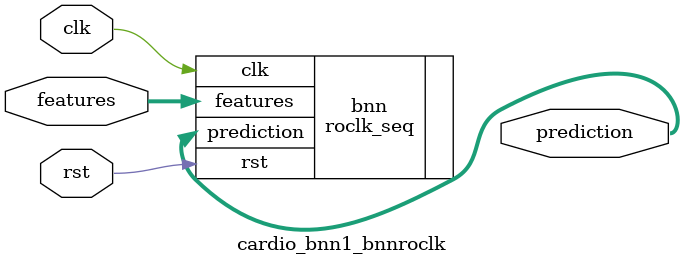
<source format=v>













module cardio_bnn1_bnnroclk #(

parameter FEAT_CNT = 19,
parameter HIDDEN_CNT = 40,
parameter FEAT_BITS = 4,
parameter CLASS_CNT = 3,
parameter TEST_CNT = 1000


  ) (
  input clk,
  input rst,
  input [FEAT_CNT*FEAT_BITS-1:0] features,
  output [$clog2(CLASS_CNT)-1:0] prediction
  );

  localparam Weights0 = 760'b0000011011111100100011101010010000101011000001110111011001000001001000110000111101101000110100100011001000110001010010010100000010100011010111011011101110101010101110011100110100000011000000001011000010110101111110000101100111100000111010111101011100000011110111010000010010010110100011110010111010100010011000001100011000110011100010000001000111001010111001010110100000001000000110000111000100001010011111100000111010111000011011010101001110100100001011101110010000010010101000111101011000101100000000011011101000010000000110011110101001111111001000110000000101001000011000101001101010101011101101011010101100110010001111011001000101101100110001101001000010001110101101101101101110101100101111000110001001010100100101000101011100100101010100111101000110101011 ;
  localparam Weights1 = 120'b101010000001111100000011001000100011100111001011000110110011011101101001101001110100101100111001001101110110000110110011 ;

  roclk_seq #(.FEAT_CNT(FEAT_CNT),.FEAT_BITS(FEAT_BITS),.HIDDEN_CNT(HIDDEN_CNT),.CLASS_CNT(CLASS_CNT),.Weights0(Weights0),.Weights1(Weights1)) bnn (
    .clk(clk),
    .rst(rst),
    .features(features),
    .prediction(prediction)
  );

endmodule

</source>
